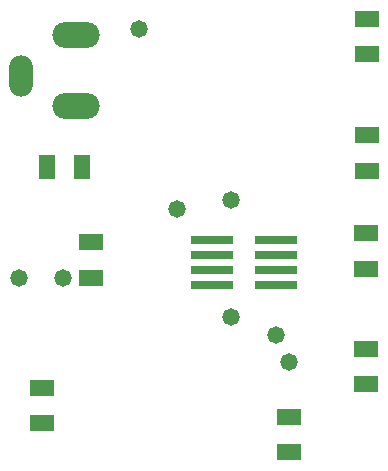
<source format=gts>
%FSTAX23Y23*%
%MOIN*%
%SFA1B1*%

%IPPOS*%
%ADD20R,0.141858X0.031622*%
%ADD21R,0.079000X0.052000*%
%ADD22R,0.052000X0.079000*%
%ADD23O,0.157606X0.086740*%
%ADD24O,0.078866X0.137921*%
%ADD25C,0.058000*%
%LNpcb_1-1*%
%LPD*%
G54D20*
X00728Y0083D03*
Y0088D03*
Y0093D03*
Y0098D03*
X00941D03*
Y0093D03*
Y0088D03*
Y0083D03*
G54D21*
X00325Y00974D03*
Y00856D03*
X0016Y00371D03*
Y00489D03*
X0124Y00886D03*
Y01004D03*
Y00619D03*
Y00501D03*
X01245Y01601D03*
Y01719D03*
Y0133D03*
Y01212D03*
X00985Y00275D03*
Y00393D03*
G54D22*
X00295Y01225D03*
X00177D03*
G54D23*
X00275Y01428D03*
Y01665D03*
G54D24*
X00091Y01527D03*
G54D25*
X00985Y00575D03*
X0061Y01085D03*
X0094Y00665D03*
X0023Y00855D03*
X00085D03*
X0079Y01115D03*
Y00725D03*
X00485Y01685D03*
M02*
</source>
